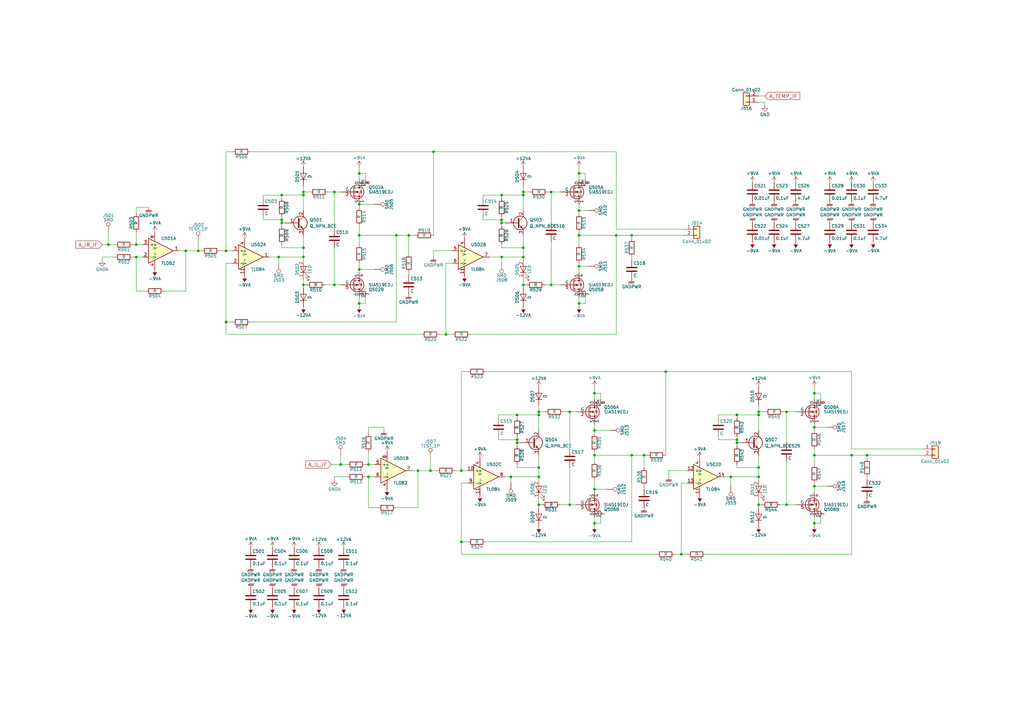
<source format=kicad_sch>
(kicad_sch (version 20211123) (generator eeschema)
  (paper "A3")
  (junction (at 311.15 207.01))
  (junction (at 243.84 161.29))
  (junction (at 177.8 62.23))
  (junction (at 220.98 168.91))
  (junction (at 147.32 124.46))
  (junction (at 151.13 195.58))
  (junction (at 124.46 105.41))
  (junction (at 237.49 109.22))
  (junction (at 209.55 195.58))
  (junction (at 311.15 195.58))
  (junction (at 233.68 168.91))
  (junction (at 302.26 180.34))
  (junction (at 124.46 101.6))
  (junction (at 55.88 100.33))
  (junction (at 237.49 96.52))
  (junction (at 237.49 71.12))
  (junction (at 124.46 116.84))
  (junction (at 76.2 102.87))
  (junction (at 212.09 170.18))
  (junction (at 137.16 116.84))
  (junction (at 237.49 86.36))
  (junction (at 349.25 186.69))
  (junction (at 334.01 175.26))
  (junction (at 81.28 102.87))
  (junction (at 115.57 80.01))
  (junction (at 264.16 186.69))
  (junction (at 214.63 105.41))
  (junction (at 189.23 193.04))
  (junction (at 252.73 96.52))
  (junction (at 151.13 190.5))
  (junction (at 226.06 116.84))
  (junction (at 355.6 186.69))
  (junction (at 176.53 193.04))
  (junction (at 220.98 195.58))
  (junction (at 279.4 227.33))
  (junction (at 334.01 214.63))
  (junction (at 243.84 200.66))
  (junction (at 44.45 100.33))
  (junction (at 137.16 78.74))
  (junction (at 259.08 96.52))
  (junction (at 311.15 168.91))
  (junction (at 220.98 191.77))
  (junction (at 167.64 96.52))
  (junction (at 214.63 101.6))
  (junction (at 220.98 170.18))
  (junction (at 311.15 170.18))
  (junction (at 334.01 186.69))
  (junction (at 322.58 207.01))
  (junction (at 162.56 96.52))
  (junction (at 205.74 90.17))
  (junction (at 214.63 116.84))
  (junction (at 55.88 105.41))
  (junction (at 139.7 190.5))
  (junction (at 114.3 105.41))
  (junction (at 92.71 102.87))
  (junction (at 205.74 91.44))
  (junction (at 259.08 186.69))
  (junction (at 115.57 90.17))
  (junction (at 214.63 80.01))
  (junction (at 302.26 181.61))
  (junction (at 220.98 207.01))
  (junction (at 189.23 222.25))
  (junction (at 334.01 199.39))
  (junction (at 124.46 80.01))
  (junction (at 243.84 186.69))
  (junction (at 92.71 132.08))
  (junction (at 212.09 180.34))
  (junction (at 322.58 168.91))
  (junction (at 147.32 71.12))
  (junction (at 214.63 78.74))
  (junction (at 147.32 83.82))
  (junction (at 299.72 195.58))
  (junction (at 182.88 137.16))
  (junction (at 115.57 91.44))
  (junction (at 212.09 181.61))
  (junction (at 302.26 170.18))
  (junction (at 237.49 124.46))
  (junction (at 334.01 161.29))
  (junction (at 311.15 191.77))
  (junction (at 243.84 214.63))
  (junction (at 171.45 193.04))
  (junction (at 233.68 207.01))
  (junction (at 273.05 152.4))
  (junction (at 243.84 176.53))
  (junction (at 147.32 96.52))
  (junction (at 205.74 80.01))
  (junction (at 205.74 105.41))
  (junction (at 226.06 78.74))
  (junction (at 147.32 110.49))
  (junction (at 124.46 78.74))
  (wire (pts (xy 124.46 116.84) (xy 124.46 118.11)))
  (wire (pts (xy 355.6 186.69) (xy 378.46 186.69)))
  (wire (pts (xy 137.16 195.58) (xy 137.16 196.85)))
  (wire (pts (xy 212.09 181.61) (xy 212.09 182.88)))
  (wire (pts (xy 124.46 101.6) (xy 124.46 105.41)))
  (wire (pts (xy 92.71 132.08) (xy 92.71 137.16)))
  (wire (pts (xy 237.49 95.25) (xy 237.49 96.52)))
  (wire (pts (xy 240.03 71.12) (xy 237.49 71.12)))
  (wire (pts (xy 204.47 170.18) (xy 212.09 170.18)))
  (wire (pts (xy 137.16 116.84) (xy 139.7 116.84)))
  (wire (pts (xy 151.13 195.58) (xy 151.13 208.28)))
  (wire (pts (xy 311.15 41.91) (xy 313.69 41.91)))
  (wire (pts (xy 149.86 71.12) (xy 147.32 71.12)))
  (wire (pts (xy 243.84 212.09) (xy 243.84 214.63)))
  (wire (pts (xy 302.26 170.18) (xy 311.15 170.18)))
  (wire (pts (xy 355.6 186.69) (xy 355.6 187.96)))
  (wire (pts (xy 198.12 88.9) (xy 198.12 90.17)))
  (wire (pts (xy 200.66 105.41) (xy 205.74 105.41)))
  (wire (pts (xy 264.16 186.69) (xy 265.43 186.69)))
  (wire (pts (xy 102.87 62.23) (xy 177.8 62.23)))
  (wire (pts (xy 252.73 137.16) (xy 252.73 96.52)))
  (wire (pts (xy 205.74 88.9) (xy 205.74 90.17)))
  (wire (pts (xy 322.58 207.01) (xy 326.39 207.01)))
  (wire (pts (xy 199.39 222.25) (xy 259.08 222.25)))
  (wire (pts (xy 237.49 109.22) (xy 237.49 111.76)))
  (wire (pts (xy 139.7 186.69) (xy 139.7 190.5)))
  (wire (pts (xy 220.98 204.47) (xy 220.98 207.01)))
  (wire (pts (xy 102.87 132.08) (xy 162.56 132.08)))
  (wire (pts (xy 320.04 207.01) (xy 322.58 207.01)))
  (wire (pts (xy 81.28 102.87) (xy 82.55 102.87)))
  (wire (pts (xy 273.05 152.4) (xy 349.25 152.4)))
  (wire (pts (xy 220.98 207.01) (xy 220.98 208.28)))
  (wire (pts (xy 205.74 80.01) (xy 214.63 80.01)))
  (wire (pts (xy 198.12 81.28) (xy 198.12 80.01)))
  (wire (pts (xy 151.13 195.58) (xy 153.67 195.58)))
  (wire (pts (xy 226.06 78.74) (xy 229.87 78.74)))
  (wire (pts (xy 220.98 195.58) (xy 220.98 196.85)))
  (wire (pts (xy 214.63 114.3) (xy 214.63 116.84)))
  (wire (pts (xy 127 78.74) (xy 124.46 78.74)))
  (wire (pts (xy 92.71 102.87) (xy 95.25 102.87)))
  (wire (pts (xy 334.01 186.69) (xy 334.01 190.5)))
  (wire (pts (xy 243.84 161.29) (xy 243.84 163.83)))
  (wire (pts (xy 311.15 168.91) (xy 311.15 170.18)))
  (wire (pts (xy 147.32 68.58) (xy 147.32 71.12)))
  (wire (pts (xy 212.09 170.18) (xy 220.98 170.18)))
  (wire (pts (xy 334.01 186.69) (xy 349.25 186.69)))
  (wire (pts (xy 147.32 71.12) (xy 147.32 73.66)))
  (wire (pts (xy 209.55 195.58) (xy 220.98 195.58)))
  (wire (pts (xy 149.86 190.5) (xy 151.13 190.5)))
  (wire (pts (xy 114.3 105.41) (xy 124.46 105.41)))
  (wire (pts (xy 205.74 90.17) (xy 205.74 91.44)))
  (wire (pts (xy 176.53 187.96) (xy 176.53 193.04)))
  (wire (pts (xy 223.52 168.91) (xy 220.98 168.91)))
  (wire (pts (xy 313.69 168.91) (xy 311.15 168.91)))
  (wire (pts (xy 220.98 186.69) (xy 220.98 191.77)))
  (wire (pts (xy 215.9 116.84) (xy 214.63 116.84)))
  (wire (pts (xy 259.08 186.69) (xy 264.16 186.69)))
  (wire (pts (xy 116.84 91.44) (xy 115.57 91.44)))
  (wire (pts (xy 189.23 222.25) (xy 189.23 227.33)))
  (wire (pts (xy 191.77 222.25) (xy 189.23 222.25)))
  (wire (pts (xy 246.38 161.29) (xy 243.84 161.29)))
  (wire (pts (xy 198.12 80.01) (xy 205.74 80.01)))
  (wire (pts (xy 243.84 158.75) (xy 243.84 161.29)))
  (wire (pts (xy 294.64 170.18) (xy 302.26 170.18)))
  (wire (pts (xy 303.53 181.61) (xy 302.26 181.61)))
  (wire (pts (xy 81.28 99.06) (xy 81.28 102.87)))
  (wire (pts (xy 349.25 227.33) (xy 349.25 186.69)))
  (wire (pts (xy 222.25 207.01) (xy 220.98 207.01)))
  (wire (pts (xy 259.08 222.25) (xy 259.08 186.69)))
  (wire (pts (xy 233.68 168.91) (xy 236.22 168.91)))
  (wire (pts (xy 151.13 190.5) (xy 153.67 190.5)))
  (wire (pts (xy 54.61 100.33) (xy 55.88 100.33)))
  (wire (pts (xy 252.73 93.98) (xy 280.67 93.98)))
  (wire (pts (xy 214.63 78.74) (xy 214.63 80.01)))
  (wire (pts (xy 55.88 95.25) (xy 55.88 100.33)))
  (wire (pts (xy 115.57 80.01) (xy 124.46 80.01)))
  (wire (pts (xy 233.68 191.77) (xy 233.68 207.01)))
  (wire (pts (xy 212.09 179.07) (xy 212.09 180.34)))
  (wire (pts (xy 137.16 195.58) (xy 142.24 195.58)))
  (wire (pts (xy 193.04 137.16) (xy 252.73 137.16)))
  (wire (pts (xy 243.84 186.69) (xy 243.84 189.23)))
  (wire (pts (xy 243.84 176.53) (xy 243.84 177.8)))
  (wire (pts (xy 147.32 124.46) (xy 149.86 124.46)))
  (wire (pts (xy 220.98 168.91) (xy 220.98 170.18)))
  (wire (pts (xy 246.38 214.63) (xy 246.38 212.09)))
  (wire (pts (xy 110.49 105.41) (xy 114.3 105.41)))
  (wire (pts (xy 334.01 198.12) (xy 334.01 199.39)))
  (wire (pts (xy 311.15 166.37) (xy 311.15 168.91)))
  (wire (pts (xy 167.64 96.52) (xy 167.64 104.14)))
  (wire (pts (xy 55.88 87.63) (xy 55.88 85.09)))
  (wire (pts (xy 274.32 193.04) (xy 281.94 193.04)))
  (wire (pts (xy 237.49 109.22) (xy 241.3 109.22)))
  (wire (pts (xy 212.09 171.45) (xy 212.09 170.18)))
  (wire (pts (xy 322.58 189.23) (xy 322.58 207.01)))
  (wire (pts (xy 243.84 196.85) (xy 243.84 200.66)))
  (wire (pts (xy 41.91 105.41) (xy 41.91 106.68)))
  (wire (pts (xy 139.7 190.5) (xy 142.24 190.5)))
  (wire (pts (xy 231.14 168.91) (xy 233.68 168.91)))
  (wire (pts (xy 313.69 39.37) (xy 311.15 39.37)))
  (wire (pts (xy 115.57 90.17) (xy 115.57 91.44)))
  (wire (pts (xy 259.08 96.52) (xy 280.67 96.52)))
  (wire (pts (xy 204.47 180.34) (xy 212.09 180.34)))
  (wire (pts (xy 177.8 105.41) (xy 177.8 102.87)))
  (wire (pts (xy 204.47 171.45) (xy 204.47 170.18)))
  (wire (pts (xy 289.56 227.33) (xy 349.25 227.33)))
  (wire (pts (xy 243.84 214.63) (xy 246.38 214.63)))
  (wire (pts (xy 157.48 175.26) (xy 157.48 176.53)))
  (wire (pts (xy 177.8 62.23) (xy 252.73 62.23)))
  (wire (pts (xy 302.26 179.07) (xy 302.26 180.34)))
  (wire (pts (xy 220.98 166.37) (xy 220.98 168.91)))
  (wire (pts (xy 233.68 184.15) (xy 233.68 168.91)))
  (wire (pts (xy 177.8 102.87) (xy 185.42 102.87)))
  (wire (pts (xy 281.94 198.12) (xy 279.4 198.12)))
  (wire (pts (xy 147.32 85.09) (xy 147.32 83.82)))
  (wire (pts (xy 240.03 124.46) (xy 240.03 121.92)))
  (wire (pts (xy 334.01 214.63) (xy 336.55 214.63)))
  (wire (pts (xy 41.91 100.33) (xy 44.45 100.33)))
  (wire (pts (xy 321.31 168.91) (xy 322.58 168.91)))
  (wire (pts (xy 182.88 107.95) (xy 182.88 137.16)))
  (wire (pts (xy 115.57 88.9) (xy 115.57 90.17)))
  (wire (pts (xy 339.09 175.26) (xy 334.01 175.26)))
  (wire (pts (xy 124.46 114.3) (xy 124.46 116.84)))
  (wire (pts (xy 237.49 96.52) (xy 237.49 100.33)))
  (wire (pts (xy 205.74 81.28) (xy 205.74 80.01)))
  (wire (pts (xy 59.69 119.38) (xy 55.88 119.38)))
  (wire (pts (xy 171.45 193.04) (xy 176.53 193.04)))
  (wire (pts (xy 334.01 184.15) (xy 334.01 186.69)))
  (wire (pts (xy 125.73 116.84) (xy 124.46 116.84)))
  (wire (pts (xy 90.17 102.87) (xy 92.71 102.87)))
  (wire (pts (xy 209.55 198.12) (xy 209.55 195.58)))
  (wire (pts (xy 336.55 214.63) (xy 336.55 212.09)))
  (wire (pts (xy 302.26 181.61) (xy 302.26 182.88)))
  (wire (pts (xy 162.56 96.52) (xy 167.64 96.52)))
  (wire (pts (xy 243.84 185.42) (xy 243.84 186.69)))
  (wire (pts (xy 322.58 168.91) (xy 322.58 181.61)))
  (wire (pts (xy 55.88 85.09) (xy 60.96 85.09)))
  (wire (pts (xy 95.25 132.08) (xy 92.71 132.08)))
  (wire (pts (xy 114.3 107.95) (xy 114.3 105.41)))
  (wire (pts (xy 322.58 168.91) (xy 326.39 168.91)))
  (wire (pts (xy 243.84 200.66) (xy 248.92 200.66)))
  (wire (pts (xy 311.15 207.01) (xy 311.15 208.28)))
  (wire (pts (xy 349.25 186.69) (xy 355.6 186.69)))
  (wire (pts (xy 264.16 200.66) (xy 264.16 199.39)))
  (wire (pts (xy 279.4 227.33) (xy 281.94 227.33)))
  (wire (pts (xy 107.95 81.28) (xy 107.95 80.01)))
  (wire (pts (xy 237.49 107.95) (xy 237.49 109.22)))
  (wire (pts (xy 182.88 137.16) (xy 185.42 137.16)))
  (wire (pts (xy 207.01 195.58) (xy 209.55 195.58)))
  (wire (pts (xy 334.01 158.75) (xy 334.01 161.29)))
  (wire (pts (xy 92.71 107.95) (xy 92.71 132.08)))
  (wire (pts (xy 95.25 62.23) (xy 92.71 62.23)))
  (wire (pts (xy 302.26 190.5) (xy 302.26 191.77)))
  (wire (pts (xy 233.68 207.01) (xy 236.22 207.01)))
  (wire (pts (xy 115.57 81.28) (xy 115.57 80.01)))
  (wire (pts (xy 191.77 152.4) (xy 189.23 152.4)))
  (wire (pts (xy 220.98 191.77) (xy 220.98 195.58)))
  (wire (pts (xy 171.45 208.28) (xy 171.45 193.04)))
  (wire (pts (xy 205.74 105.41) (xy 214.63 105.41)))
  (wire (pts (xy 214.63 105.41) (xy 214.63 106.68)))
  (wire (pts (xy 312.42 207.01) (xy 311.15 207.01)))
  (wire (pts (xy 237.49 96.52) (xy 252.73 96.52)))
  (wire (pts (xy 67.31 119.38) (xy 76.2 119.38)))
  (wire (pts (xy 217.17 78.74) (xy 214.63 78.74)))
  (wire (pts (xy 115.57 101.6) (xy 124.46 101.6)))
  (wire (pts (xy 311.15 191.77) (xy 311.15 195.58)))
  (wire (pts (xy 226.06 116.84) (xy 229.87 116.84)))
  (wire (pts (xy 349.25 152.4) (xy 349.25 184.15)))
  (wire (pts (xy 124.46 76.2) (xy 124.46 78.74)))
  (wire (pts (xy 299.72 199.39) (xy 299.72 195.58)))
  (wire (pts (xy 229.87 207.01) (xy 233.68 207.01)))
  (wire (pts (xy 220.98 170.18) (xy 220.98 176.53)))
  (wire (pts (xy 167.64 113.03) (xy 167.64 111.76)))
  (wire (pts (xy 124.46 80.01) (xy 124.46 86.36)))
  (wire (pts (xy 151.13 175.26) (xy 157.48 175.26)))
  (wire (pts (xy 124.46 96.52) (xy 124.46 101.6)))
  (wire (pts (xy 264.16 186.69) (xy 264.16 191.77)))
  (wire (pts (xy 41.91 105.41) (xy 46.99 105.41)))
  (wire (pts (xy 186.69 193.04) (xy 189.23 193.04)))
  (wire (pts (xy 167.64 96.52) (xy 170.18 96.52)))
  (wire (pts (xy 250.19 176.53) (xy 243.84 176.53)))
  (wire (pts (xy 205.74 107.95) (xy 205.74 105.41)))
  (wire (pts (xy 294.64 180.34) (xy 302.26 180.34)))
  (wire (pts (xy 302.26 171.45) (xy 302.26 170.18)))
  (wire (pts (xy 334.01 199.39) (xy 334.01 201.93)))
  (wire (pts (xy 207.01 91.44) (xy 205.74 91.44)))
  (wire (pts (xy 237.49 83.82) (xy 237.49 86.36)))
  (wire (pts (xy 237.49 124.46) (xy 237.49 125.73)))
  (wire (pts (xy 115.57 91.44) (xy 115.57 92.71)))
  (wire (pts (xy 176.53 193.04) (xy 179.07 193.04)))
  (wire (pts (xy 189.23 198.12) (xy 189.23 222.25)))
  (wire (pts (xy 107.95 88.9) (xy 107.95 90.17)))
  (wire (pts (xy 92.71 107.95) (xy 95.25 107.95)))
  (wire (pts (xy 212.09 191.77) (xy 220.98 191.77)))
  (wire (pts (xy 237.49 124.46) (xy 240.03 124.46)))
  (wire (pts (xy 115.57 100.33) (xy 115.57 101.6)))
  (wire (pts (xy 124.46 105.41) (xy 124.46 106.68)))
  (wire (pts (xy 199.39 152.4) (xy 273.05 152.4)))
  (wire (pts (xy 168.91 193.04) (xy 171.45 193.04)))
  (wire (pts (xy 151.13 208.28) (xy 154.94 208.28)))
  (wire (pts (xy 274.32 195.58) (xy 274.32 193.04)))
  (wire (pts (xy 311.15 186.69) (xy 311.15 191.77)))
  (wire (pts (xy 124.46 78.74) (xy 124.46 80.01)))
  (wire (pts (xy 297.18 195.58) (xy 299.72 195.58)))
  (wire (pts (xy 334.01 175.26) (xy 334.01 176.53)))
  (wire (pts (xy 151.13 177.8) (xy 151.13 175.26)))
  (wire (pts (xy 55.88 119.38) (xy 55.88 105.41)))
  (wire (pts (xy 334.01 161.29) (xy 334.01 163.83)))
  (wire (pts (xy 107.95 90.17) (xy 115.57 90.17)))
  (wire (pts (xy 134.62 78.74) (xy 137.16 78.74)))
  (wire (pts (xy 147.32 124.46) (xy 147.32 125.73)))
  (wire (pts (xy 147.32 83.82) (xy 153.67 83.82)))
  (wire (pts (xy 243.84 200.66) (xy 243.84 201.93)))
  (wire (pts (xy 205.74 91.44) (xy 205.74 92.71)))
  (wire (pts (xy 180.34 137.16) (xy 182.88 137.16)))
  (wire (pts (xy 294.64 179.07) (xy 294.64 180.34)))
  (wire (pts (xy 147.32 110.49) (xy 147.32 111.76)))
  (wire (pts (xy 334.01 214.63) (xy 334.01 215.9)))
  (wire (pts (xy 302.26 191.77) (xy 311.15 191.77)))
  (wire (pts (xy 311.15 170.18) (xy 311.15 176.53)))
  (wire (pts (xy 252.73 96.52) (xy 259.08 96.52)))
  (wire (pts (xy 107.95 80.01) (xy 115.57 80.01)))
  (wire (pts (xy 189.23 193.04) (xy 191.77 193.04)))
  (wire (pts (xy 334.01 173.99) (xy 334.01 175.26)))
  (wire (pts (xy 137.16 78.74) (xy 139.7 78.74)))
  (wire (pts (xy 252.73 62.23) (xy 252.73 93.98)))
  (wire (pts (xy 147.32 96.52) (xy 162.56 96.52)))
  (wire (pts (xy 205.74 100.33) (xy 205.74 101.6)))
  (wire (pts (xy 276.86 227.33) (xy 279.4 227.33)))
  (wire (pts (xy 92.71 137.16) (xy 172.72 137.16)))
  (wire (pts (xy 336.55 161.29) (xy 334.01 161.29)))
  (wire (pts (xy 355.6 196.85) (xy 355.6 195.58)))
  (wire (pts (xy 177.8 62.23) (xy 177.8 96.52)))
  (wire (pts (xy 214.63 96.52) (xy 214.63 101.6)))
  (wire (pts (xy 241.3 86.36) (xy 237.49 86.36)))
  (wire (pts (xy 149.86 73.66) (xy 149.86 71.12)))
  (wire (pts (xy 243.84 186.69) (xy 259.08 186.69)))
  (wire (pts (xy 147.32 96.52) (xy 147.32 100.33)))
  (wire (pts (xy 189.23 227.33) (xy 269.24 227.33)))
  (wire (pts (xy 149.86 195.58) (xy 151.13 195.58)))
  (wire (pts (xy 243.84 214.63) (xy 243.84 215.9)))
  (wire (pts (xy 311.15 204.47) (xy 311.15 207.01)))
  (wire (pts (xy 76.2 102.87) (xy 81.28 102.87)))
  (wire (pts (xy 44.45 100.33) (xy 46.99 100.33)))
  (wire (pts (xy 237.49 68.58) (xy 237.49 71.12)))
  (wire (pts (xy 133.35 116.84) (xy 137.16 116.84)))
  (wire (pts (xy 273.05 152.4) (xy 273.05 186.69)))
  (wire (pts (xy 198.12 90.17) (xy 205.74 90.17)))
  (wire (pts (xy 185.42 107.95) (xy 182.88 107.95)))
  (wire (pts (xy 294.64 171.45) (xy 294.64 170.18)))
  (wire (pts (xy 92.71 62.23) (xy 92.71 102.87)))
  (wire (pts (xy 151.13 185.42) (xy 151.13 190.5)))
  (wire (pts (xy 299.72 195.58) (xy 311.15 195.58)))
  (wire (pts (xy 334.01 212.09) (xy 334.01 214.63)))
  (wire (pts (xy 237.49 121.92) (xy 237.49 124.46)))
  (wire (pts (xy 223.52 116.84) (xy 226.06 116.84)))
  (wire (pts (xy 135.89 190.5) (xy 139.7 190.5)))
  (wire (pts (xy 311.15 195.58) (xy 311.15 196.85)))
  (wire (pts (xy 226.06 99.06) (xy 226.06 116.84)))
  (wire (pts (xy 214.63 116.84) (xy 214.63 118.11)))
  (wire (pts (xy 55.88 105.41) (xy 58.42 105.41)))
  (wire (pts (xy 147.32 107.95) (xy 147.32 110.49)))
  (wire (pts (xy 162.56 132.08) (xy 162.56 96.52)))
  (wire (pts (xy 240.03 73.66) (xy 240.03 71.12)))
  (wire (pts (xy 279.4 198.12) (xy 279.4 227.33)))
  (wire (pts (xy 212.09 190.5) (xy 212.09 191.77)))
  (wire (pts (xy 214.63 80.01) (xy 214.63 86.36)))
  (wire (pts (xy 237.49 86.36) (xy 237.49 87.63)))
  (wire (pts (xy 137.16 93.98) (xy 137.16 78.74)))
  (wire (pts (xy 224.79 78.74) (xy 226.06 78.74)))
  (wire (pts (xy 213.36 181.61) (xy 212.09 181.61)))
  (wire (pts (xy 189.23 152.4) (xy 189.23 193.04)))
  (wire (pts (xy 259.08 96.52) (xy 259.08 97.79)))
  (wire (pts (xy 226.06 78.74) (xy 226.06 91.44)))
  (wire (pts (xy 189.23 198.12) (xy 191.77 198.12)))
  (wire (pts (xy 237.49 71.12) (xy 237.49 73.66)))
  (wire (pts (xy 349.25 184.15) (xy 378.46 184.15)))
  (wire (pts (xy 243.84 173.99) (xy 243.84 176.53)))
  (wire (pts (xy 162.56 208.28) (xy 171.45 208.28)))
  (wire (pts (xy 204.47 179.07) (xy 204.47 180.34)))
  (wire (pts (xy 205.74 101.6) (xy 214.63 101.6)))
  (wire (pts (xy 149.86 124.46) (xy 149.86 121.92)))
  (wire (pts (xy 147.32 110.49) (xy 153.67 110.49)))
  (wire (pts (xy 313.69 41.91) (xy 313.69 43.18)))
  (wire (pts (xy 76.2 119.38) (xy 76.2 102.87)))
  (wire (pts (xy 302.26 180.34) (xy 302.26 181.61)))
  (wire (pts (xy 147.32 92.71) (xy 147.32 96.52)))
  (wire (pts (xy 336.55 163.83) (xy 336.55 161.29)))
  (wire (pts (xy 55.88 100.33) (xy 58.42 100.33)))
  (wire (pts (xy 54.61 105.41) (xy 55.88 105.41)))
  (wire (pts (xy 246.38 163.83) (xy 246.38 161.29)))
  (wire (pts (xy 44.45 95.25) (xy 44.45 100.33)))
  (wire (pts (xy 214.63 76.2) (xy 214.63 78.74)))
  (wire (pts (xy 147.32 121.92) (xy 147.32 124.46)))
  (wire (pts (xy 259.08 106.68) (xy 259.08 105.41)))
  (wire (pts (xy 334.01 199.39) (xy 339.09 199.39)))
  (wire (pts (xy 214.63 101.6) (xy 214.63 105.41)))
  (wire (pts (xy 212.09 180.34) (xy 212.09 181.61)))
  (wire (pts (xy 73.66 102.87) (xy 76.2 102.87)))
  (wire (pts (xy 137.16 101.6) (xy 137.16 116.84)))
  (global_label "A_TEMP_IF" (shape input) (at 313.69 39.37 0) (effects (font (size 1.524 1.524))) (property "Intersheet References" "${INTERSHEET_REFS}" (effects hide)))
  (global_label "A_IL_IF" (shape input) (at 135.89 190.5 180) (effects (font (size 1.524 1.524))) (property "Intersheet References" "${INTERSHEET_REFS}" (effects hide)))
  (global_label "A_IR_IF" (shape input) (at 41.91 100.33 180) (effects (font (size 1.524 1.524))) (property "Intersheet References" "${INTERSHEET_REFS}" (effects hide)))
  (symbol (lib_id "kagura-rescue:Q_NPN_BCE") (at 121.92 91.44 0) (unit 1)
    (property "Reference" "Q501" (at 127 90.17 0) (effects (justify left)))
    (property "Value" "Q_NPN_BCE" (at 127 92.71 0) (effects (justify left)))
    (property "Footprint" "TO_SOT_Packages_SMD:SC-59_Handsoldering" (effects hide))
  )
  (symbol (lib_id "kagura-rescue:R") (at 115.57 96.52 0) (unit 1)
    (property "Reference" "R509" (at 117.602 96.52 90))
    (property "Value" "R" (at 115.57 96.52 90))
    (property "Footprint" "Resistors_SMD:R_0603_HandSoldering" (effects hide))
  )
  (symbol (lib_id "kagura-rescue:R") (at 115.57 85.09 0) (unit 1)
    (property "Reference" "R508" (at 117.602 85.09 90))
    (property "Value" "R" (at 115.57 85.09 90))
    (property "Footprint" "Resistors_SMD:R_0603_HandSoldering" (effects hide))
  )
  (symbol (lib_id "kagura-rescue:C") (at 107.95 85.09 0) (unit 1)
    (property "Reference" "C503" (at 108.585 82.55 0) (effects (justify left)))
    (property "Value" "C" (at 108.585 87.63 0) (effects (justify left)))
    (property "Footprint" "Capacitors_SMD:C_0603_HandSoldering" (effects hide))
  )
  (symbol (lib_id "kagura-rescue:R") (at 130.81 78.74 270) (unit 1)
    (property "Reference" "R511" (at 130.81 80.772 90))
    (property "Value" "R" (at 130.81 78.74 90))
    (property "Footprint" "Resistors_SMD:R_0603_HandSoldering" (effects hide))
  )
  (symbol (lib_id "kagura-rescue:LED") (at 124.46 110.49 90) (unit 1)
    (property "Reference" "D502" (at 121.92 110.49 0))
    (property "Value" "LED" (at 127 110.49 0))
    (property "Footprint" "LEDs:LED_0603_HandSoldering" (effects hide))
  )
  (symbol (lib_id "kagura-rescue:R") (at 129.54 116.84 270) (unit 1)
    (property "Reference" "R510" (at 129.54 118.872 90))
    (property "Value" "R" (at 129.54 116.84 90))
    (property "Footprint" "Resistors_SMD:R_0603_HandSoldering" (effects hide))
  )
  (symbol (lib_id "kagura-rescue:TL084") (at 102.87 105.41 0) (unit 1)
    (property "Reference" "U502" (at 102.87 100.33 0) (effects (justify left)))
    (property "Value" "TL084" (at 102.87 110.49 0) (effects (justify left)))
    (property "Footprint" "Housings_SSOP:TSSOP-14_4.4x5mm_Pitch0.65mm" (effects hide))
  )
  (symbol (lib_id "kagura-rescue:R") (at 86.36 102.87 270) (unit 1)
    (property "Reference" "R505" (at 86.36 104.902 90))
    (property "Value" "R" (at 86.36 102.87 90))
    (property "Footprint" "Resistors_SMD:R_0603_HandSoldering" (effects hide))
  )
  (symbol (lib_id "kagura-rescue:R") (at 99.06 62.23 270) (unit 1)
    (property "Reference" "R506" (at 99.06 64.262 90))
    (property "Value" "R" (at 99.06 62.23 90))
    (property "Footprint" "Resistors_SMD:R_0603_HandSoldering" (effects hide))
  )
  (symbol (lib_id "kagura-rescue:R") (at 99.06 132.08 270) (unit 1)
    (property "Reference" "R507" (at 99.06 134.112 90))
    (property "Value" "R" (at 99.06 132.08 90))
    (property "Footprint" "Resistors_SMD:R_0603_HandSoldering" (effects hide))
  )
  (symbol (lib_id "kagura-rescue:R") (at 176.53 137.16 270) (unit 1)
    (property "Reference" "R520" (at 176.53 139.192 90))
    (property "Value" "R" (at 176.53 137.16 90))
    (property "Footprint" "Resistors_SMD:R_0603_HandSoldering" (effects hide))
  )
  (symbol (lib_id "kagura-rescue:SIA519EDJ-RESCUE-kagura") (at 144.78 78.74 0) (unit 1)
    (property "Reference" "Q502" (at 151.13 76.835 0) (effects (justify left)))
    (property "Value" "SIA519EDJ" (at 151.13 78.74 0) (effects (justify left)))
    (property "Footprint" "NOPINSMDPKG_Handsolder:PowerPak_SC-70-6" (effects hide))
  )
  (symbol (lib_id "kagura-rescue:SIA519EDJ-RESCUE-kagura") (at 144.78 116.84 0) (mirror x) (unit 2)
    (property "Reference" "Q502" (at 151.13 118.745 0) (effects (justify left)))
    (property "Value" "SIA519EDJ" (at 151.13 116.84 0) (effects (justify left)))
    (property "Footprint" "NOPINSMDPKG_Handsolder:PowerPak_SC-70-6" (effects hide))
  )
  (symbol (lib_id "kagura-rescue:R") (at 147.32 88.9 0) (unit 1)
    (property "Reference" "R514" (at 149.352 88.9 90))
    (property "Value" "R" (at 147.32 88.9 90))
    (property "Footprint" "Resistors_SMD:R_1210" (effects hide))
  )
  (symbol (lib_id "kagura-rescue:R") (at 147.32 104.14 0) (unit 1)
    (property "Reference" "R515" (at 149.352 104.14 90))
    (property "Value" "R" (at 147.32 104.14 90))
    (property "Footprint" "Resistors_SMD:R_1210" (effects hide))
  )
  (symbol (lib_id "kagura-rescue:+12VA") (at 124.46 68.58 0) (unit 1)
    (property "Reference" "#PWR0296" (effects hide))
    (property "Value" "+12VA" (at 124.46 65.024 0))
  )
  (symbol (lib_id "kagura-rescue:-12VA") (at 124.46 125.73 180) (unit 1)
    (property "Reference" "#PWR0297" (effects hide))
    (property "Value" "-12VA" (at 124.46 129.286 0))
  )
  (symbol (lib_id "kagura-rescue:R") (at 173.99 96.52 90) (unit 1)
    (property "Reference" "R519" (at 173.99 94.488 90))
    (property "Value" "R" (at 173.99 96.52 90))
    (property "Footprint" "Resistors_SMD:R_2512" (effects hide))
  )
  (symbol (lib_id "kagura-rescue:Q_NPN_BCE") (at 212.09 91.44 0) (unit 1)
    (property "Reference" "Q503" (at 217.17 90.17 0) (effects (justify left)))
    (property "Value" "Q_NPN_BCE" (at 217.17 92.71 0) (effects (justify left)))
    (property "Footprint" "TO_SOT_Packages_SMD:SC-59_Handsoldering" (effects hide))
  )
  (symbol (lib_id "kagura-rescue:R") (at 205.74 96.52 0) (unit 1)
    (property "Reference" "R526" (at 207.772 96.52 90))
    (property "Value" "R" (at 205.74 96.52 90))
    (property "Footprint" "Resistors_SMD:R_0603_HandSoldering" (effects hide))
  )
  (symbol (lib_id "kagura-rescue:R") (at 205.74 85.09 0) (unit 1)
    (property "Reference" "R525" (at 207.772 85.09 90))
    (property "Value" "R" (at 205.74 85.09 90))
    (property "Footprint" "Resistors_SMD:R_0603_HandSoldering" (effects hide))
  )
  (symbol (lib_id "kagura-rescue:C") (at 198.12 85.09 0) (unit 1)
    (property "Reference" "C514" (at 198.755 82.55 0) (effects (justify left)))
    (property "Value" "C" (at 198.755 87.63 0) (effects (justify left)))
    (property "Footprint" "Capacitors_SMD:C_0603_HandSoldering" (effects hide))
  )
  (symbol (lib_id "kagura-rescue:R") (at 220.98 78.74 270) (unit 1)
    (property "Reference" "R530" (at 220.98 80.772 90))
    (property "Value" "R" (at 220.98 78.74 90))
    (property "Footprint" "Resistors_SMD:R_0603_HandSoldering" (effects hide))
  )
  (symbol (lib_id "kagura-rescue:LED") (at 214.63 110.49 90) (unit 1)
    (property "Reference" "D505" (at 212.09 110.49 0))
    (property "Value" "LED" (at 217.17 110.49 0))
    (property "Footprint" "LEDs:LED_0603_HandSoldering" (effects hide))
  )
  (symbol (lib_id "kagura-rescue:R") (at 219.71 116.84 270) (unit 1)
    (property "Reference" "R529" (at 219.71 118.872 90))
    (property "Value" "R" (at 219.71 116.84 90))
    (property "Footprint" "Resistors_SMD:R_0603_HandSoldering" (effects hide))
  )
  (symbol (lib_id "kagura-rescue:TL084") (at 193.04 105.41 0) (unit 2)
    (property "Reference" "U502" (at 193.04 100.33 0) (effects (justify left)))
    (property "Value" "TL084" (at 193.04 110.49 0) (effects (justify left)))
    (property "Footprint" "Housings_SSOP:TSSOP-14_4.4x5mm_Pitch0.65mm" (effects hide))
  )
  (symbol (lib_id "kagura-rescue:R") (at 189.23 137.16 270) (unit 1)
    (property "Reference" "R522" (at 189.23 139.192 90))
    (property "Value" "R" (at 189.23 137.16 90))
    (property "Footprint" "Resistors_SMD:R_0603_HandSoldering" (effects hide))
  )
  (symbol (lib_id "kagura-rescue:SIA519EDJ-RESCUE-kagura") (at 234.95 78.74 0) (unit 1)
    (property "Reference" "Q505" (at 241.3 76.835 0) (effects (justify left)))
    (property "Value" "SIA519EDJ" (at 241.3 78.74 0) (effects (justify left)))
    (property "Footprint" "NOPINSMDPKG_Handsolder:PowerPak_SC-70-6" (effects hide))
  )
  (symbol (lib_id "kagura-rescue:SIA519EDJ-RESCUE-kagura") (at 234.95 116.84 0) (mirror x) (unit 2)
    (property "Reference" "Q505" (at 241.3 118.745 0) (effects (justify left)))
    (property "Value" "SIA519EDJ" (at 241.3 116.84 0) (effects (justify left)))
    (property "Footprint" "NOPINSMDPKG_Handsolder:PowerPak_SC-70-6" (effects hide))
  )
  (symbol (lib_id "kagura-rescue:R") (at 237.49 91.44 0) (unit 1)
    (property "Reference" "R533" (at 239.522 91.44 90))
    (property "Value" "R" (at 237.49 91.44 90))
    (property "Footprint" "Resistors_SMD:R_1210" (effects hide))
  )
  (symbol (lib_id "kagura-rescue:R") (at 237.49 104.14 0) (unit 1)
    (property "Reference" "R534" (at 239.522 104.14 90))
    (property "Value" "R" (at 237.49 104.14 90))
    (property "Footprint" "Resistors_SMD:R_1210" (effects hide))
  )
  (symbol (lib_id "kagura-rescue:+12VA") (at 214.63 68.58 0) (unit 1)
    (property "Reference" "#PWR0298" (effects hide))
    (property "Value" "+12VA" (at 214.63 65.024 0))
  )
  (symbol (lib_id "kagura-rescue:-12VA") (at 214.63 125.73 180) (unit 1)
    (property "Reference" "#PWR0299" (effects hide))
    (property "Value" "-12VA" (at 214.63 129.286 0))
  )
  (symbol (lib_id "kagura-rescue:R") (at 259.08 101.6 180) (unit 1)
    (property "Reference" "R537" (at 257.048 101.6 90))
    (property "Value" "R" (at 259.08 101.6 90))
    (property "Footprint" "Resistors_SMD:R_0603_HandSoldering" (effects hide))
  )
  (symbol (lib_id "kagura-rescue:GNDPWR") (at 177.8 105.41 0) (unit 1)
    (property "Reference" "#PWR0300" (effects hide))
    (property "Value" "GNDPWR" (at 177.8 108.712 0))
  )
  (symbol (lib_id "kagura-rescue:C") (at 259.08 110.49 0) (unit 1)
    (property "Reference" "C518" (at 259.715 107.95 0) (effects (justify left)))
    (property "Value" "C" (at 259.715 113.03 0) (effects (justify left)))
    (property "Footprint" "Capacitors_SMD:C_0603_HandSoldering" (effects hide))
  )
  (symbol (lib_id "kagura-rescue:GNDPWR") (at 259.08 114.3 0) (unit 1)
    (property "Reference" "#PWR0301" (effects hide))
    (property "Value" "GNDPWR" (at 259.08 117.602 0))
  )
  (symbol (lib_id "kagura-rescue:R") (at 167.64 107.95 180) (unit 1)
    (property "Reference" "R518" (at 165.608 107.95 90))
    (property "Value" "R" (at 167.64 107.95 90))
    (property "Footprint" "Resistors_SMD:R_0603_HandSoldering" (effects hide))
  )
  (symbol (lib_id "kagura-rescue:C") (at 167.64 116.84 0) (unit 1)
    (property "Reference" "C513" (at 168.275 114.3 0) (effects (justify left)))
    (property "Value" "C" (at 168.275 119.38 0) (effects (justify left)))
    (property "Footprint" "Capacitors_SMD:C_0603_HandSoldering" (effects hide))
  )
  (symbol (lib_id "kagura-rescue:GNDPWR") (at 167.64 120.65 0) (unit 1)
    (property "Reference" "#PWR0302" (effects hide))
    (property "Value" "GNDPWR" (at 167.64 123.952 0))
  )
  (symbol (lib_id "kagura-rescue:+9VA") (at 147.32 68.58 0) (unit 1)
    (property "Reference" "#PWR0303" (effects hide))
    (property "Value" "+9VA" (at 147.32 64.77 0))
  )
  (symbol (lib_id "kagura-rescue:-9VA") (at 147.32 125.73 180) (unit 1)
    (property "Reference" "#PWR0304" (effects hide))
    (property "Value" "-9VA" (at 147.32 129.54 0))
  )
  (symbol (lib_id "kagura-rescue:C") (at 137.16 97.79 0) (unit 1)
    (property "Reference" "C510" (at 137.795 95.25 0) (effects (justify left)))
    (property "Value" "C" (at 137.795 100.33 0) (effects (justify left)))
    (property "Footprint" "Capacitors_SMD:C_0603_HandSoldering" (effects hide))
  )
  (symbol (lib_id "kagura-rescue:C") (at 226.06 95.25 0) (unit 1)
    (property "Reference" "C516" (at 226.695 92.71 0) (effects (justify left)))
    (property "Value" "C" (at 226.695 97.79 0) (effects (justify left)))
    (property "Footprint" "Capacitors_SMD:C_0603_HandSoldering" (effects hide))
  )
  (symbol (lib_id "kagura-rescue:-9VA") (at 237.49 125.73 180) (unit 1)
    (property "Reference" "#PWR0305" (effects hide))
    (property "Value" "-9VA" (at 237.49 129.54 0))
  )
  (symbol (lib_id "kagura-rescue:+9VA") (at 237.49 68.58 0) (unit 1)
    (property "Reference" "#PWR0306" (effects hide))
    (property "Value" "+9VA" (at 237.49 64.77 0))
  )
  (symbol (lib_id "kagura-rescue:Conn_01x02") (at 285.75 93.98 0) (unit 1)
    (property "Reference" "J514" (at 285.75 91.44 0))
    (property "Value" "Conn_01x02" (at 285.75 99.06 0))
    (property "Footprint" "Connectors_Molex:Molex_KK-6410-02_02x2.54mm_Straight" (effects hide))
  )
  (symbol (lib_id "kagura-rescue:Q_NPN_BCE") (at 218.44 181.61 0) (unit 1)
    (property "Reference" "Q504" (at 223.52 180.34 0) (effects (justify left)))
    (property "Value" "Q_NPN_BCE" (at 223.52 182.88 0) (effects (justify left)))
    (property "Footprint" "TO_SOT_Packages_SMD:SC-59_Handsoldering" (effects hide))
  )
  (symbol (lib_id "kagura-rescue:R") (at 212.09 186.69 0) (unit 1)
    (property "Reference" "R528" (at 214.122 186.69 90))
    (property "Value" "R" (at 212.09 186.69 90))
    (property "Footprint" "Resistors_SMD:R_0603_HandSoldering" (effects hide))
  )
  (symbol (lib_id "kagura-rescue:R") (at 212.09 175.26 0) (unit 1)
    (property "Reference" "R527" (at 214.122 175.26 90))
    (property "Value" "R" (at 212.09 175.26 90))
    (property "Footprint" "Resistors_SMD:R_0603_HandSoldering" (effects hide))
  )
  (symbol (lib_id "kagura-rescue:C") (at 204.47 175.26 0) (unit 1)
    (property "Reference" "C515" (at 205.105 172.72 0) (effects (justify left)))
    (property "Value" "C" (at 205.105 177.8 0) (effects (justify left)))
    (property "Footprint" "Capacitors_SMD:C_0603_HandSoldering" (effects hide))
  )
  (symbol (lib_id "kagura-rescue:R") (at 227.33 168.91 270) (unit 1)
    (property "Reference" "R532" (at 227.33 170.942 90))
    (property "Value" "R" (at 227.33 168.91 90))
    (property "Footprint" "Resistors_SMD:R_0603_HandSoldering" (effects hide))
  )
  (symbol (lib_id "kagura-rescue:LED") (at 220.98 200.66 90) (unit 1)
    (property "Reference" "D508" (at 218.44 200.66 0))
    (property "Value" "LED" (at 223.52 200.66 0))
    (property "Footprint" "LEDs:LED_0603_HandSoldering" (effects hide))
  )
  (symbol (lib_id "kagura-rescue:R") (at 226.06 207.01 270) (unit 1)
    (property "Reference" "R531" (at 226.06 209.042 90))
    (property "Value" "R" (at 226.06 207.01 90))
    (property "Footprint" "Resistors_SMD:R_0603_HandSoldering" (effects hide))
  )
  (symbol (lib_id "kagura-rescue:TL084") (at 199.39 195.58 0) (unit 3)
    (property "Reference" "U502" (at 199.39 190.5 0) (effects (justify left)))
    (property "Value" "TL084" (at 199.39 200.66 0) (effects (justify left)))
    (property "Footprint" "Housings_SSOP:TSSOP-14_4.4x5mm_Pitch0.65mm" (effects hide))
  )
  (symbol (lib_id "kagura-rescue:R") (at 182.88 193.04 270) (unit 1)
    (property "Reference" "R521" (at 182.88 195.072 90))
    (property "Value" "R" (at 182.88 193.04 90))
    (property "Footprint" "Resistors_SMD:R_0603_HandSoldering" (effects hide))
  )
  (symbol (lib_id "kagura-rescue:R") (at 195.58 152.4 270) (unit 1)
    (property "Reference" "R523" (at 195.58 154.432 90))
    (property "Value" "R" (at 195.58 152.4 90))
    (property "Footprint" "Resistors_SMD:R_0603_HandSoldering" (effects hide))
  )
  (symbol (lib_id "kagura-rescue:R") (at 195.58 222.25 270) (unit 1)
    (property "Reference" "R524" (at 195.58 224.282 90))
    (property "Value" "R" (at 195.58 222.25 90))
    (property "Footprint" "Resistors_SMD:R_0603_HandSoldering" (effects hide))
  )
  (symbol (lib_id "kagura-rescue:R") (at 273.05 227.33 270) (unit 1)
    (property "Reference" "R540" (at 273.05 229.362 90))
    (property "Value" "R" (at 273.05 227.33 90))
    (property "Footprint" "Resistors_SMD:R_0603_HandSoldering" (effects hide))
  )
  (symbol (lib_id "kagura-rescue:SIA519EDJ-RESCUE-kagura") (at 241.3 168.91 0) (unit 1)
    (property "Reference" "Q506" (at 247.65 167.005 0) (effects (justify left)))
    (property "Value" "SIA519EDJ" (at 247.65 168.91 0) (effects (justify left)))
    (property "Footprint" "NOPINSMDPKG_Handsolder:PowerPak_SC-70-6" (effects hide))
  )
  (symbol (lib_id "kagura-rescue:SIA519EDJ-RESCUE-kagura") (at 241.3 207.01 0) (mirror x) (unit 2)
    (property "Reference" "Q506" (at 247.65 208.915 0) (effects (justify left)))
    (property "Value" "SIA519EDJ" (at 247.65 207.01 0) (effects (justify left)))
    (property "Footprint" "NOPINSMDPKG_Handsolder:PowerPak_SC-70-6" (effects hide))
  )
  (symbol (lib_id "kagura-rescue:R") (at 243.84 181.61 0) (unit 1)
    (property "Reference" "R535" (at 245.872 181.61 90))
    (property "Value" "R" (at 243.84 181.61 90))
    (property "Footprint" "Resistors_SMD:R_1210" (effects hide))
  )
  (symbol (lib_id "kagura-rescue:R") (at 243.84 193.04 0) (unit 1)
    (property "Reference" "R536" (at 245.872 193.04 90))
    (property "Value" "R" (at 243.84 193.04 90))
    (property "Footprint" "Resistors_SMD:R_1210" (effects hide))
  )
  (symbol (lib_id "kagura-rescue:+12VA") (at 220.98 158.75 0) (unit 1)
    (property "Reference" "#PWR0307" (effects hide))
    (property "Value" "+12VA" (at 220.98 155.194 0))
  )
  (symbol (lib_id "kagura-rescue:-12VA") (at 220.98 215.9 180) (unit 1)
    (property "Reference" "#PWR0308" (effects hide))
    (property "Value" "-12VA" (at 220.98 219.456 0))
  )
  (symbol (lib_id "kagura-rescue:R") (at 269.24 186.69 270) (unit 1)
    (property "Reference" "R539" (at 269.24 188.722 90))
    (property "Value" "R" (at 269.24 186.69 90))
    (property "Footprint" "Resistors_SMD:R_2512" (effects hide))
  )
  (symbol (lib_id "kagura-rescue:Q_NPN_BCE") (at 308.61 181.61 0) (unit 1)
    (property "Reference" "Q507" (at 313.69 180.34 0) (effects (justify left)))
    (property "Value" "Q_NPN_BCE" (at 313.69 182.88 0) (effects (justify left)))
    (property "Footprint" "TO_SOT_Packages_SMD:SC-59_Handsoldering" (effects hide))
  )
  (symbol (lib_id "kagura-rescue:R") (at 302.26 186.69 0) (unit 1)
    (property "Reference" "R543" (at 304.292 186.69 90))
    (property "Value" "R" (at 302.26 186.69 90))
    (property "Footprint" "Resistors_SMD:R_0603_HandSoldering" (effects hide))
  )
  (symbol (lib_id "kagura-rescue:R") (at 302.26 175.26 0) (unit 1)
    (property "Reference" "R542" (at 304.292 175.26 90))
    (property "Value" "R" (at 302.26 175.26 90))
    (property "Footprint" "Resistors_SMD:R_0603_HandSoldering" (effects hide))
  )
  (symbol (lib_id "kagura-rescue:C") (at 294.64 175.26 0) (unit 1)
    (property "Reference" "C520" (at 295.275 172.72 0) (effects (justify left)))
    (property "Value" "C" (at 295.275 177.8 0) (effects (justify left)))
    (property "Footprint" "Capacitors_SMD:C_0603_HandSoldering" (effects hide))
  )
  (symbol (lib_id "kagura-rescue:R") (at 317.5 168.91 270) (unit 1)
    (property "Reference" "R545" (at 317.5 170.942 90))
    (property "Value" "R" (at 317.5 168.91 90))
    (property "Footprint" "Resistors_SMD:R_0603_HandSoldering" (effects hide))
  )
  (symbol (lib_id "kagura-rescue:LED") (at 311.15 200.66 90) (unit 1)
    (property "Reference" "D511" (at 308.61 200.66 0))
    (property "Value" "LED" (at 313.69 200.66 0))
    (property "Footprint" "LEDs:LED_0603_HandSoldering" (effects hide))
  )
  (symbol (lib_id "kagura-rescue:R") (at 316.23 207.01 270) (unit 1)
    (property "Reference" "R544" (at 316.23 209.042 90))
    (property "Value" "R" (at 316.23 207.01 90))
    (property "Footprint" "Resistors_SMD:R_0603_HandSoldering" (effects hide))
  )
  (symbol (lib_id "kagura-rescue:TL084") (at 289.56 195.58 0) (unit 4)
    (property "Reference" "U502" (at 289.56 190.5 0) (effects (justify left)))
    (property "Value" "TL084" (at 289.56 200.66 0) (effects (justify left)))
    (property "Footprint" "Housings_SSOP:TSSOP-14_4.4x5mm_Pitch0.65mm" (effects hide))
  )
  (symbol (lib_id "kagura-rescue:R") (at 285.75 227.33 270) (unit 1)
    (property "Reference" "R541" (at 285.75 229.362 90))
    (property "Value" "R" (at 285.75 227.33 90))
    (property "Footprint" "Resistors_SMD:R_0603_HandSoldering" (effects hide))
  )
  (symbol (lib_id "kagura-rescue:SIA519EDJ-RESCUE-kagura") (at 331.47 168.91 0) (unit 1)
    (property "Reference" "Q508" (at 337.82 167.005 0) (effects (justify left)))
    (property "Value" "SIA519EDJ" (at 337.82 168.91 0) (effects (justify left)))
    (property "Footprint" "NOPINSMDPKG_Handsolder:PowerPak_SC-70-6" (effects hide))
  )
  (symbol (lib_id "kagura-rescue:SIA519EDJ-RESCUE-kagura") (at 331.47 207.01 0) (mirror x) (unit 2)
    (property "Reference" "Q508" (at 337.82 208.915 0) (effects (justify left)))
    (property "Value" "SIA519EDJ" (at 337.82 207.01 0) (effects (justify left)))
    (property "Footprint" "NOPINSMDPKG_Handsolder:PowerPak_SC-70-6" (effects hide))
  )
  (symbol (lib_id "kagura-rescue:R") (at 334.01 180.34 0) (unit 1)
    (property "Reference" "R546" (at 336.042 180.34 90))
    (property "Value" "R" (at 334.01 180.34 90))
    (property "Footprint" "Resistors_SMD:R_1210" (effects hide))
  )
  (symbol (lib_id "kagura-rescue:R") (at 334.01 194.31 0) (unit 1)
    (property "Reference" "R547" (at 336.042 194.31 90))
    (property "Value" "R" (at 334.01 194.31 90))
    (property "Footprint" "Resistors_SMD:R_1210" (effects hide))
  )
  (symbol (lib_id "kagura-rescue:+12VA") (at 311.15 158.75 0) (unit 1)
    (property "Reference" "#PWR0309" (effects hide))
    (property "Value" "+12VA" (at 311.15 155.194 0))
  )
  (symbol (lib_id "kagura-rescue:-12VA") (at 311.15 215.9 180) (unit 1)
    (property "Reference" "#PWR0310" (effects hide))
    (property "Value" "-12VA" (at 311.15 219.456 0))
  )
  (symbol (lib_id "kagura-rescue:R") (at 355.6 191.77 180) (unit 1)
    (property "Reference" "R548" (at 353.568 191.77 90))
    (property "Value" "R" (at 355.6 191.77 90))
    (property "Footprint" "Resistors_SMD:R_0603_HandSoldering" (effects hide))
  )
  (symbol (lib_id "kagura-rescue:GNDPWR") (at 274.32 195.58 0) (unit 1)
    (property "Reference" "#PWR0311" (effects hide))
    (property "Value" "GNDPWR" (at 274.32 198.882 0))
  )
  (symbol (lib_id "kagura-rescue:C") (at 355.6 200.66 0) (unit 1)
    (property "Reference" "C532" (at 356.235 198.12 0) (effects (justify left)))
    (property "Value" "C" (at 356.235 203.2 0) (effects (justify left)))
    (property "Footprint" "Capacitors_SMD:C_0603_HandSoldering" (effects hide))
  )
  (symbol (lib_id "kagura-rescue:GNDPWR") (at 355.6 204.47 0) (unit 1)
    (property "Reference" "#PWR0312" (effects hide))
    (property "Value" "GNDPWR" (at 355.6 207.772 0))
  )
  (symbol (lib_id "kagura-rescue:R") (at 264.16 195.58 180) (unit 1)
    (property "Reference" "R538" (at 262.128 195.58 90))
    (property "Value" "R" (at 264.16 195.58 90))
    (property "Footprint" "Resistors_SMD:R_0603_HandSoldering" (effects hide))
  )
  (symbol (lib_id "kagura-rescue:C") (at 264.16 204.47 0) (unit 1)
    (property "Reference" "C519" (at 264.795 201.93 0) (effects (justify left)))
    (property "Value" "C" (at 264.795 207.01 0) (effects (justify left)))
    (property "Footprint" "Capacitors_SMD:C_0603_HandSoldering" (effects hide))
  )
  (symbol (lib_id "kagura-rescue:GNDPWR") (at 264.16 208.28 0) (unit 1)
    (property "Reference" "#PWR0313" (effects hide))
    (property "Value" "GNDPWR" (at 264.16 211.582 0))
  )
  (symbol (lib_id "kagura-rescue:+9VA") (at 243.84 158.75 0) (unit 1)
    (property "Reference" "#PWR0314" (effects hide))
    (property "Value" "+9VA" (at 243.84 154.94 0))
  )
  (symbol (lib_id "kagura-rescue:-9VA") (at 243.84 215.9 180) (unit 1)
    (property "Reference" "#PWR0315" (effects hide))
    (property "Value" "-9VA" (at 243.84 219.71 0))
  )
  (symbol (lib_id "kagura-rescue:C") (at 233.68 187.96 0) (unit 1)
    (property "Reference" "C517" (at 234.315 185.42 0) (effects (justify left)))
    (property "Value" "C" (at 234.315 190.5 0) (effects (justify left)))
    (property "Footprint" "Capacitors_SMD:C_0603_HandSoldering" (effects hide))
  )
  (symbol (lib_id "kagura-rescue:C") (at 322.58 185.42 0) (unit 1)
    (property "Reference" "C525" (at 323.215 182.88 0) (effects (justify left)))
    (property "Value" "C" (at 323.215 187.96 0) (effects (justify left)))
    (property "Footprint" "Capacitors_SMD:C_0603_HandSoldering" (effects hide))
  )
  (symbol (lib_id "kagura-rescue:-9VA") (at 334.01 215.9 180) (unit 1)
    (property "Reference" "#PWR0316" (effects hide))
    (property "Value" "-9VA" (at 334.01 219.71 0))
  )
  (symbol (lib_id "kagura-rescue:+9VA") (at 334.01 158.75 0) (unit 1)
    (property "Reference" "#PWR0317" (effects hide))
    (property "Value" "+9VA" (at 334.01 154.94 0))
  )
  (symbol (lib_id "kagura-rescue:Conn_01x02") (at 383.54 184.15 0) (unit 1)
    (property "Reference" "J519" (at 383.54 181.61 0))
    (property "Value" "Conn_01x02" (at 383.54 189.23 0))
    (property "Footprint" "Connectors_Molex:Molex_KK-6410-02_02x2.54mm_Straight" (effects hide))
  )
  (symbol (lib_id "kagura-rescue:TL082") (at 66.04 102.87 0) (unit 1)
    (property "Reference" "U501" (at 66.04 97.79 0) (effects (justify left)))
    (property "Value" "TL082" (at 66.04 107.95 0) (effects (justify left)))
    (property "Footprint" "Housings_SOIC:SOIC-8_3.9x4.9mm_Pitch1.27mm" (effects hide))
  )
  (symbol (lib_id "kagura-rescue:R") (at 50.8 100.33 270) (unit 1)
    (property "Reference" "R501" (at 50.8 102.362 90))
    (property "Value" "R" (at 50.8 100.33 90))
    (property "Footprint" "Resistors_SMD:R_0603_HandSoldering" (effects hide))
  )
  (symbol (lib_id "kagura-rescue:R") (at 63.5 119.38 270) (unit 1)
    (property "Reference" "R504" (at 63.5 121.412 90))
    (property "Value" "R" (at 63.5 119.38 90))
    (property "Footprint" "Resistors_SMD:R_0603_HandSoldering" (effects hide))
  )
  (symbol (lib_id "kagura-rescue:R") (at 50.8 105.41 270) (unit 1)
    (property "Reference" "R502" (at 50.8 107.442 90))
    (property "Value" "R" (at 50.8 105.41 90))
    (property "Footprint" "Resistors_SMD:R_0603_HandSoldering" (effects hide))
  )
  (symbol (lib_id "kagura-rescue:R") (at 55.88 91.44 180) (unit 1)
    (property "Reference" "R503" (at 53.848 91.44 90))
    (property "Value" "R" (at 55.88 91.44 90))
    (property "Footprint" "Resistors_SMD:R_0603_HandSoldering" (effects hide))
  )
  (symbol (lib_id "kagura-rescue:GNDA") (at 41.91 106.68 0) (unit 1)
    (property "Reference" "#PWR0319" (effects hide))
    (property "Value" "GNDA" (at 41.91 110.49 0))
  )
  (symbol (lib_id "kagura-rescue:GNDPWR") (at 60.96 85.09 0) (unit 1)
    (property "Reference" "#PWR0320" (effects hide))
    (property "Value" "GNDPWR" (at 60.96 88.392 0))
  )
  (symbol (lib_id "kagura-rescue:TL082") (at 161.29 193.04 0) (unit 2)
    (property "Reference" "U501" (at 161.29 187.96 0) (effects (justify left)))
    (property "Value" "TL082" (at 161.29 198.12 0) (effects (justify left)))
    (property "Footprint" "Housings_SOIC:SOIC-8_3.9x4.9mm_Pitch1.27mm" (effects hide))
  )
  (symbol (lib_id "kagura-rescue:R") (at 146.05 190.5 270) (unit 1)
    (property "Reference" "R512" (at 146.05 192.532 90))
    (property "Value" "R" (at 146.05 190.5 90))
    (property "Footprint" "Resistors_SMD:R_0603_HandSoldering" (effects hide))
  )
  (symbol (lib_id "kagura-rescue:R") (at 158.75 208.28 270) (unit 1)
    (property "Reference" "R517" (at 158.75 210.312 90))
    (property "Value" "R" (at 158.75 208.28 90))
    (property "Footprint" "Resistors_SMD:R_0603_HandSoldering" (effects hide))
  )
  (symbol (lib_id "kagura-rescue:R") (at 146.05 195.58 270) (unit 1)
    (property "Reference" "R513" (at 146.05 197.612 90))
    (property "Value" "R" (at 146.05 195.58 90))
    (property "Footprint" "Resistors_SMD:R_0603_HandSoldering" (effects hide))
  )
  (symbol (lib_id "kagura-rescue:R") (at 151.13 181.61 180) (unit 1)
    (property "Reference" "R516" (at 149.098 181.61 90))
    (property "Value" "R" (at 151.13 181.61 90))
    (property "Footprint" "Resistors_SMD:R_0603_HandSoldering" (effects hide))
  )
  (symbol (lib_id "kagura-rescue:GNDA") (at 137.16 196.85 0) (unit 1)
    (property "Reference" "#PWR0321" (effects hide))
    (property "Value" "GNDA" (at 137.16 200.66 0))
  )
  (symbol (lib_id "kagura-rescue:GNDPWR") (at 157.48 176.53 0) (unit 1)
    (property "Reference" "#PWR0322" (effects hide))
    (property "Value" "GNDPWR" (at 157.48 179.832 0))
  )
  (symbol (lib_id "kagura-rescue:-12VA") (at 130.81 248.92 180) (unit 1)
    (property "Reference" "#PWR0323" (effects hide))
    (property "Value" "-12VA" (at 130.81 252.476 0))
  )
  (symbol (lib_id "kagura-rescue:+12VA") (at 130.81 224.79 0) (unit 1)
    (property "Reference" "#PWR0324" (effects hide))
    (property "Value" "+12VA" (at 130.81 221.234 0))
  )
  (symbol (lib_id "kagura-rescue:-9VA") (at 63.5 110.49 180) (unit 1)
    (property "Reference" "#PWR0325" (effects hide))
    (property "Value" "-9VA" (at 63.5 114.3 0))
  )
  (symbol (lib_id "kagura-rescue:+9VA") (at 63.5 95.25 0) (unit 1)
    (property "Reference" "#PWR0326" (effects hide))
    (property "Value" "+9VA" (at 63.5 91.44 0))
  )
  (symbol (lib_id "kagura-rescue:+9VA") (at 100.33 97.79 0) (unit 1)
    (property "Reference" "#PWR0327" (effects hide))
    (property "Value" "+9VA" (at 100.33 93.98 0))
  )
  (symbol (lib_id "kagura-rescue:+9VA") (at 190.5 97.79 0) (unit 1)
    (property "Reference" "#PWR0328" (effects hide))
    (property "Value" "+9VA" (at 190.5 93.98 0))
  )
  (symbol (lib_id "kagura-rescue:+9VA") (at 287.02 187.96 0) (unit 1)
    (property "Reference" "#PWR0329" (effects hide))
    (property "Value" "+9VA" (at 287.02 184.15 0))
  )
  (symbol (lib_id "kagura-rescue:+9VA") (at 196.85 187.96 0) (unit 1)
    (property "Reference" "#PWR0330" (effects hide))
    (property "Value" "+9VA" (at 196.85 184.15 0))
  )
  (symbol (lib_id "kagura-rescue:+9VA") (at 158.75 185.42 0) (unit 1)
    (property "Reference" "#PWR0331" (effects hide))
    (property "Value" "+9VA" (at 158.75 181.61 0))
  )
  (symbol (lib_id "kagura-rescue:-9VA") (at 158.75 200.66 180) (unit 1)
    (property "Reference" "#PWR0332" (effects hide))
    (property "Value" "-9VA" (at 158.75 204.47 0))
  )
  (symbol (lib_id "kagura-rescue:-9VA") (at 196.85 203.2 180) (unit 1)
    (property "Reference" "#PWR0333" (effects hide))
    (property "Value" "-9VA" (at 196.85 207.01 0))
  )
  (symbol (lib_id "kagura-rescue:-9VA") (at 287.02 203.2 180) (unit 1)
    (property "Reference" "#PWR0334" (effects hide))
    (property "Value" "-9VA" (at 287.02 207.01 0))
  )
  (symbol (lib_id "kagura-rescue:+12VA") (at 140.97 224.79 0) (unit 1)
    (property "Reference" "#PWR0335" (effects hide))
    (property "Value" "+12VA" (at 140.97 221.234 0))
  )
  (symbol (lib_id "kagura-rescue:-12VA") (at 140.97 248.92 180) (unit 1)
    (property "Reference" "#PWR0336" (effects hide))
    (property "Value" "-12VA" (at 140.97 252.476 0))
  )
  (symbol (lib_id "kagura-rescue:GNDPWR") (at 130.81 232.41 0) (unit 1)
    (property "Reference" "#PWR0337" (effects hide))
    (property "Value" "GNDPWR" (at 130.81 235.712 0))
  )
  (symbol (lib_id "kagura-rescue:GNDPWR") (at 130.81 241.3 180) (unit 1)
    (property "Reference" "#PWR0338" (effects hide))
    (property "Value" "GNDPWR" (at 130.81 237.998 0))
  )
  (symbol (lib_id "kagura-rescue:GNDPWR") (at 140.97 241.3 180) (unit 1)
    (property "Reference" "#PWR0339" (effects hide))
    (property "Value" "GNDPWR" (at 140.97 237.998 0))
  )
  (symbol (lib_id "kagura-rescue:GNDPWR") (at 140.97 232.41 0) (unit 1)
    (property "Reference" "#PWR0340" (effects hide))
    (property "Value" "GNDPWR" (at 140.97 235.712 0))
  )
  (symbol (lib_id "kagura-rescue:-9VA") (at 120.65 248.92 180) (unit 1)
    (property "Reference" "#PWR0341" (effects hide))
    (property "Value" "-9VA" (at 120.65 252.73 0))
  )
  (symbol (lib_id "kagura-rescue:GNDPWR") (at 120.65 241.3 180) (unit 1)
    (property "Reference" "#PWR0342" (effects hide))
    (property "Value" "GNDPWR" (at 120.65 237.998 0))
  )
  (symbol (lib_id "kagura-rescue:+9VA") (at 120.65 224.79 0) (unit 1)
    (property "Reference" "#PWR0343" (effects hide))
    (property "Value" "+9VA" (at 120.65 220.98 0))
  )
  (symbol (lib_id "kagura-rescue:GNDPWR") (at 120.65 232.41 0) (unit 1)
    (property "Reference" "#PWR0344" (effects hide))
    (property "Value" "GNDPWR" (at 120.65 235.712 0))
  )
  (symbol (lib_id "kagura-rescue:-9VA") (at 111.76 248.92 180) (unit 1)
    (property "Reference" "#PWR0345" (effects hide))
    (property "Value" "-9VA" (at 111.76 252.73 0))
  )
  (symbol (lib_id "kagura-rescue:GNDPWR") (at 111.76 241.3 180) (unit 1)
    (property "Reference" "#PWR0346" (effects hide))
    (property "Value" "GNDPWR" (at 111.76 237.998 0))
  )
  (symbol (lib_id "kagura-rescue:+9VA") (at 111.76 224.79 0) (unit 1)
    (property "Reference" "#PWR0347" (effects hide))
    (property "Value" "+9VA" (at 111.76 220.98 0))
  )
  (symbol (lib_id "kagura-rescue:GNDPWR") (at 111.76 232.41 0) (unit 1)
    (property "Reference" "#PWR0348" (effects hide))
    (property "Value" "GNDPWR" (at 111.76 235.712 0))
  )
  (symbol (lib_id "kagura-rescue:-9VA") (at 102.87 248.92 180) (unit 1)
    (property "Reference" "#PWR0349" (effects hide))
    (property "Value" "-9VA" (at 102.87 252.73 0))
  )
  (symbol (lib_id "kagura-rescue:GNDPWR") (at 102.87 241.3 180) (unit 1)
    (property "Reference" "#PWR0350" (effects hide))
    (property "Value" "GNDPWR" (at 102.87 237.998 0))
  )
  (symbol (lib_id "kagura-rescue:+9VA") (at 102.87 224.79 0) (unit 1)
    (property "Reference" "#PWR0351" (effects hide))
    (property "Value" "+9VA" (at 102.87 220.98 0))
  )
  (symbol (lib_id "kagura-rescue:C") (at 102.87 228.6 0) (unit 1)
    (property "Reference" "C501" (at 103.505 226.06 0) (effects (justify left)))
    (property "Value" "0.1uF" (at 103.505 231.14 0) (effects (justify left)))
    (property "Footprint" "Capacitors_SMD:C_0402_NoSilk" (effects hide))
  )
  (symbol (lib_id "kagura-rescue:GNDPWR") (at 102.87 232.41 0) (unit 1)
    (property "Reference" "#PWR0352" (effects hide))
    (property "Value" "GNDPWR" (at 102.87 235.712 0))
  )
  (symbol (lib_id "kagura-rescue:-9VA") (at 317.5 99.06 180) (unit 1)
    (property "Reference" "#PWR0353" (effects hide))
    (property "Value" "-9VA" (at 317.5 102.87 0))
  )
  (symbol (lib_id "kagura-rescue:C") (at 317.5 95.25 0) (unit 1)
    (property "Reference" "C524" (at 318.135 92.71 0) (effects (justify left)))
    (property "Value" "0.1uF" (at 318.135 97.79 0) (effects (justify left)))
    (property "Footprint" "Capacitors_SMD:C_0402_NoSilk" (effects hide))
  )
  (symbol (lib_id "kagura-rescue:GNDPWR") (at 317.5 91.44 180) (unit 1)
    (property "Reference" "#PWR0354" (effects hide))
    (property "Value" "GNDPWR" (at 317.5 88.138 0))
  )
  (symbol (lib_id "kagura-rescue:+9VA") (at 317.5 74.93 0) (unit 1)
    (property "Reference" "#PWR0355" (effects hide))
    (property "Value" "+9VA" (at 317.5 71.12 0))
  )
  (symbol (lib_id "kagura-rescue:C") (at 317.5 78.74 0) (unit 1)
    (property "Reference" "C523" (at 318.135 76.2 0) (effects (justify left)))
    (property "Value" "0.1uF" (at 318.135 81.28 0) (effects (justify left)))
    (property "Footprint" "Capacitors_SMD:C_0402_NoSilk" (effects hide))
  )
  (symbol (lib_id "kagura-rescue:GNDPWR") (at 317.5 82.55 0) (unit 1)
    (property "Reference" "#PWR0356" (effects hide))
    (property "Value" "GNDPWR" (at 317.5 85.852 0))
  )
  (symbol (lib_id "kagura-rescue:-9VA") (at 326.39 99.06 180) (unit 1)
    (property "Reference" "#PWR0357" (effects hide))
    (property "Value" "-9VA" (at 326.39 102.87 0))
  )
  (symbol (lib_id "kagura-rescue:C") (at 326.39 95.25 0) (unit 1)
    (property "Reference" "C527" (at 327.025 92.71 0) (effects (justify left)))
    (property "Value" "4.7uF" (at 327.025 97.79 0) (effects (justify left)))
    (property "Footprint" "Capacitors_SMD:C_1210" (effects hide))
  )
  (symbol (lib_id "kagura-rescue:GNDPWR") (at 326.39 91.44 180) (unit 1)
    (property "Reference" "#PWR0358" (effects hide))
    (property "Value" "GNDPWR" (at 326.39 88.138 0))
  )
  (symbol (lib_id "kagura-rescue:+9VA") (at 326.39 74.93 0) (unit 1)
    (property "Reference" "#PWR0359" (effects hide))
    (property "Value" "+9VA" (at 326.39 71.12 0))
  )
  (symbol (lib_id "kagura-rescue:C") (at 326.39 78.74 0) (unit 1)
    (property "Reference" "C526" (at 327.025 76.2 0) (effects (justify left)))
    (property "Value" "4.7uF" (at 327.025 81.28 0) (effects (justify left)))
    (property "Footprint" "Capacitors_SMD:C_1210" (effects hide))
  )
  (symbol (lib_id "kagura-rescue:GNDPWR") (at 326.39 82.55 0) (unit 1)
    (property "Reference" "#PWR0360" (effects hide))
    (property "Value" "GNDPWR" (at 326.39 85.852 0))
  )
  (symbol (lib_id "kagura-rescue:-9VA") (at 100.33 113.03 180) (unit 1)
    (property "Reference" "#PWR0361" (effects hide))
    (property "Value" "-9VA" (at 100.33 116.84 0))
  )
  (symbol (lib_id "kagura-rescue:-9VA") (at 190.5 113.03 180) (unit 1)
    (property "Reference" "#PWR0362" (effects hide))
    (property "Value" "-9VA" (at 190.5 116.84 0))
  )
  (symbol (lib_id "kagura-rescue:-9VA") (at 349.25 99.06 180) (unit 1)
    (property "Reference" "#PWR0363" (effects hide))
    (property "Value" "-9VA" (at 349.25 102.87 0))
  )
  (symbol (lib_id "kagura-rescue:C") (at 349.25 95.25 0) (unit 1)
    (property "Reference" "C531" (at 349.885 92.71 0) (effects (justify left)))
    (property "Value" "0.1uF" (at 349.885 97.79 0) (effects (justify left)))
    (property "Footprint" "Capacitors_SMD:C_0402_NoSilk" (effects hide))
  )
  (symbol (lib_id "kagura-rescue:GNDPWR") (at 349.25 91.44 180) (unit 1)
    (property "Reference" "#PWR0364" (effects hide))
    (property "Value" "GNDPWR" (at 349.25 88.138 0))
  )
  (symbol (lib_id "kagura-rescue:+9VA") (at 349.25 74.93 0) (unit 1)
    (property "Reference" "#PWR0365" (effects hide))
    (property "Value" "+9VA" (at 349.25 71.12 0))
  )
  (symbol (lib_id "kagura-rescue:C") (at 349.25 78.74 0) (unit 1)
    (property "Reference" "C530" (at 349.885 76.2 0) (effects (justify left)))
    (property "Value" "0.1uF" (at 349.885 81.28 0) (effects (justify left)))
    (property "Footprint" "Capacitors_SMD:C_0402_NoSilk" (effects hide))
  )
  (symbol (lib_id "kagura-rescue:GNDPWR") (at 349.25 82.55 0) (unit 1)
    (property "Reference" "#PWR0366" (effects hide))
    (property "Value" "GNDPWR" (at 349.25 85.852 0))
  )
  (symbol (lib_id "kagura-rescue:-9VA") (at 358.14 99.06 180) (unit 1)
    (property "Reference" "#PWR0367" (effects hide))
    (property "Value" "-9VA" (at 358.14 102.87 0))
  )
  (symbol (lib_id "kagura-rescue:C") (at 358.14 95.25 0) (unit 1)
    (property "Reference" "C534" (at 358.775 92.71 0) (effects (justify left)))
    (property "Value" "4.7uF" (at 358.775 97.79 0) (effects (justify left)))
    (property "Footprint" "Capacitors_SMD:C_1210" (effects hide))
  )
  (symbol (lib_id "kagura-rescue:GNDPWR") (at 358.14 91.44 180) (unit 1)
    (property "Reference" "#PWR0368" (effects hide))
    (property "Value" "GNDPWR" (at 358.14 88.138 0))
  )
  (symbol (lib_id "kagura-rescue:+9VA") (at 358.14 74.93 0) (unit 1)
    (property "Reference" "#PWR0369" (effects hide))
    (property "Value" "+9VA" (at 358.14 71.12 0))
  )
  (symbol (lib_id "kagura-rescue:C") (at 358.14 78.74 0) (unit 1)
    (property "Reference" "C533" (at 358.775 76.2 0) (effects (justify left)))
    (property "Value" "4.7uF" (at 358.775 81.28 0) (effects (justify left)))
    (property "Footprint" "Capacitors_SMD:C_1210" (effects hide))
  )
  (symbol (lib_id "kagura-rescue:GNDPWR") (at 358.14 82.55 0) (unit 1)
    (property "Reference" "#PWR0370" (effects hide))
    (property "Value" "GNDPWR" (at 358.14 85.852 0))
  )
  (symbol (lib_id "kagura-rescue:-9VA") (at 340.36 99.06 180) (unit 1)
    (property "Reference" "#PWR0371" (effects hide))
    (property "Value" "-9VA" (at 340.36 102.87 0))
  )
  (symbol (lib_id "kagura-rescue:GNDPWR") (at 340.36 91.44 180) (unit 1)
    (property "Reference" "#PWR0372" (effects hide))
    (property "Value" "GNDPWR" (at 340.36 88.138 0))
  )
  (symbol (lib_id "kagura-rescue:+9VA") (at 340.36 74.93 0) (unit 1)
    (property "Reference" "#PWR0373" (effects hide))
    (property "Value" "+9VA" (at 340.36 71.12 0))
  )
  (symbol (lib_id "kagura-rescue:GNDPWR") (at 340.36 82.55 0) (unit 1)
    (property "Reference" "#PWR0374" (effects hide))
    (property "Value" "GNDPWR" (at 340.36 85.852 0))
  )
  (symbol (lib_id "kagura-rescue:-9VA") (at 308.61 99.06 180) (unit 1)
    (property "Reference" "#PWR0375" (effects hide))
    (property "Value" "-9VA" (at 308.61 102.87 0))
  )
  (symbol (lib_id "kagura-rescue:C") (at 308.61 95.25 0) (unit 1)
    (property "Reference" "C522" (at 309.245 92.71 0) (effects (justify left)))
    (property "Value" "0.01uF" (at 309.245 97.79 0) (effects (justify left)))
    (property "Footprint" "Capacitors_SMD:C_0402_NoSilk" (effects hide))
  )
  (symbol (lib_id "kagura-rescue:GNDPWR") (at 308.61 91.44 180) (unit 1)
    (property "Reference" "#PWR0376" (effects hide))
    (property "Value" "GNDPWR" (at 308.61 88.138 0))
  )
  (symbol (lib_id "kagura-rescue:+9VA") (at 308.61 74.93 0) (unit 1)
    (property "Reference" "#PWR0377" (effects hide))
    (property "Value" "+9VA" (at 308.61 71.12 0))
  )
  (symbol (lib_id "kagura-rescue:GNDPWR") (at 308.61 82.55 0) (unit 1)
    (property "Reference" "#PWR0378" (effects hide))
    (property "Value" "GNDPWR" (at 308.61 85.852 0))
  )
  (symbol (lib_id "kagura-rescue:C") (at 308.61 78.74 0) (unit 1)
    (property "Reference" "C521" (at 309.245 76.2 0) (effects (justify left)))
    (property "Value" "0.01uF" (at 309.245 81.28 0) (effects (justify left)))
    (property "Footprint" "Capacitors_SMD:C_0402_NoSilk" (effects hide))
  )
  (symbol (lib_id "kagura-rescue:C") (at 340.36 78.74 0) (unit 1)
    (property "Reference" "C528" (at 340.995 76.2 0) (effects (justify left)))
    (property "Value" "0.01uF" (at 340.995 81.28 0) (effects (justify left)))
    (property "Footprint" "Capacitors_SMD:C_0402_NoSilk" (effects hide))
  )
  (symbol (lib_id "kagura-rescue:C") (at 340.36 95.25 0) (unit 1)
    (property "Reference" "C529" (at 340.995 92.71 0) (effects (justify left)))
    (property "Value" "0.01uF" (at 340.995 97.79 0) (effects (justify left)))
    (property "Footprint" "Capacitors_SMD:C_0402_NoSilk" (effects hide))
  )
  (symbol (lib_id "kagura-rescue:C") (at 102.87 245.11 0) (unit 1)
    (property "Reference" "C502" (at 103.505 242.57 0) (effects (justify left)))
    (property "Value" "0.1uF" (at 103.505 247.65 0) (effects (justify left)))
    (property "Footprint" "Capacitors_SMD:C_0402_NoSilk" (effects hide))
  )
  (symbol (lib_id "kagura-rescue:C") (at 111.76 228.6 0) (unit 1)
    (property "Reference" "C504" (at 112.395 226.06 0) (effects (justify left)))
    (property "Value" "0.1uF" (at 112.395 231.14 0) (effects (justify left)))
    (property "Footprint" "Capacitors_SMD:C_0402_NoSilk" (effects hide))
  )
  (symbol (lib_id "kagura-rescue:C") (at 120.65 228.6 0) (unit 1)
    (property "Reference" "C506" (at 121.285 226.06 0) (effects (justify left)))
    (property "Value" "0.1uF" (at 121.285 231.14 0) (effects (justify left)))
    (property "Footprint" "Capacitors_SMD:C_0402_NoSilk" (effects hide))
  )
  (symbol (lib_id "kagura-rescue:C") (at 111.76 245.11 0) (unit 1)
    (property "Reference" "C505" (at 112.395 242.57 0) (effects (justify left)))
    (property "Value" "0.1uF" (at 112.395 247.65 0) (effects (justify left)))
    (property "Footprint" "Capacitors_SMD:C_0402_NoSilk" (effects hide))
  )
  (symbol (lib_id "kagura-rescue:C") (at 120.65 245.11 0) (unit 1)
    (property "Reference" "C507" (at 121.285 242.57 0) (effects (justify left)))
    (property "Value" "0.1uF" (at 121.285 247.65 0) (effects (justify left)))
    (property "Footprint" "Capacitors_SMD:C_0402_NoSilk" (effects hide))
  )
  (symbol (lib_id "kagura-rescue:C") (at 130.81 245.11 0) (unit 1)
    (property "Reference" "C509" (at 131.445 242.57 0) (effects (justify left)))
    (property "Value" "0.1uF" (at 131.445 247.65 0) (effects (justify left)))
    (property "Footprint" "Capacitors_SMD:C_0402_NoSilk" (effects hide))
  )
  (symbol (lib_id "kagura-rescue:C") (at 130.81 228.6 0) (unit 1)
    (property "Reference" "C508" (at 131.445 226.06 0) (effects (justify left)))
    (property "Value" "0.1uF" (at 131.445 231.14 0) (effects (justify left)))
    (property "Footprint" "Capacitors_SMD:C_0402_NoSilk" (effects hide))
  )
  (symbol (lib_id "kagura-rescue:C") (at 140.97 228.6 0) (unit 1)
    (property "Reference" "C511" (at 141.605 226.06 0) (effects (justify left)))
    (property "Value" "0.1uF" (at 141.605 231.14 0) (effects (justify left)))
    (property "Footprint" "Capacitors_SMD:C_0402_NoSilk" (effects hide))
  )
  (symbol (lib_id "kagura-rescue:C") (at 140.97 245.11 0) (unit 1)
    (property "Reference" "C512" (at 141.605 242.57 0) (effects (justify left)))
    (property "Value" "0.1uF" (at 141.605 247.65 0) (effects (justify left)))
    (property "Footprint" "Capacitors_SMD:C_0402_NoSilk" (effects hide))
  )
  (symbol (lib_id "kagura-rescue:TEST_1P") (at 153.67 83.82 270) (unit 1)
    (property "Reference" "J505" (at 160.528 83.82 0))
    (property "Value" "SMD" (at 158.75 83.82 0))
    (property "Footprint" "Measurement_Points:Measurement_Point_Round-SMD-Pad_Small" (effects hide))
  )
  (symbol (lib_id "kagura-rescue:TEST_1P") (at 153.67 110.49 270) (unit 1)
    (property "Reference" "J506" (at 160.528 110.49 0))
    (property "Value" "SMD" (at 158.75 110.49 0))
    (property "Footprint" "Measurement_Points:Measurement_Point_Round-SMD-Pad_Small" (effects hide))
  )
  (symbol (lib_id "kagura-rescue:TEST_1P") (at 114.3 107.95 180) (unit 1)
    (property "Reference" "J503" (at 114.3 114.808 0))
    (property "Value" "SMD" (at 114.3 113.03 0))
    (property "Footprint" "Measurement_Points:Measurement_Point_Round-SMD-Pad_Small" (effects hide))
  )
  (symbol (lib_id "kagura-rescue:TEST_1P") (at 205.74 107.95 180) (unit 1)
    (property "Reference" "J508" (at 205.74 114.808 0))
    (property "Value" "SMD" (at 205.74 113.03 0))
    (property "Footprint" "Measurement_Points:Measurement_Point_Round-SMD-Pad_Small" (effects hide))
  )
  (symbol (lib_id "kagura-rescue:TEST_1P") (at 241.3 86.36 270) (unit 1)
    (property "Reference" "J510" (at 248.158 86.36 0))
    (property "Value" "SMD" (at 246.38 86.36 0))
    (property "Footprint" "Measurement_Points:Measurement_Point_Round-SMD-Pad_Small" (effects hide))
  )
  (symbol (lib_id "kagura-rescue:TEST_1P") (at 241.3 109.22 270) (unit 1)
    (property "Reference" "J511" (at 248.158 109.22 0))
    (property "Value" "SMD" (at 246.38 109.22 0))
    (property "Footprint" "Measurement_Points:Measurement_Point_Round-SMD-Pad_Small" (effects hide))
  )
  (symbol (lib_id "kagura-rescue:TEST_1P") (at 139.7 186.69 0) (unit 1)
    (property "Reference" "J504" (at 139.7 179.832 0))
    (property "Value" "SMD" (at 139.7 181.61 0))
    (property "Footprint" "Measurement_Points:Measurement_Point_Round-SMD-Pad_Small" (effects hide))
  )
  (symbol (lib_id "kagura-rescue:TEST_1P") (at 44.45 95.25 0) (unit 1)
    (property "Reference" "J501" (at 44.45 88.392 0))
    (property "Value" "SMD" (at 44.45 90.17 0))
    (property "Footprint" "Measurement_Points:Measurement_Point_Round-SMD-Pad_Small" (effects hide))
  )
  (symbol (lib_id "kagura-rescue:TEST_1P") (at 81.28 99.06 0) (unit 1)
    (property "Reference" "J502" (at 81.28 92.202 0))
    (property "Value" "TEST_1P" (at 81.28 93.98 0))
    (property "Footprint" "Connect:Pin_d1.0mm_L10.0mm_LooseFit" (effects hide))
  )
  (symbol (lib_id "kagura-rescue:TEST_1P") (at 176.53 187.96 0) (unit 1)
    (property "Reference" "J507" (at 176.53 181.102 0))
    (property "Value" "TEST_1P" (at 176.53 182.88 0))
    (property "Footprint" "Connect:Pin_d1.0mm_L10.0mm_LooseFit" (effects hide))
  )
  (symbol (lib_id "kagura-rescue:TEST_1P") (at 250.19 176.53 270) (unit 1)
    (property "Reference" "J513" (at 257.048 176.53 0))
    (property "Value" "SMD" (at 255.27 176.53 0))
    (property "Footprint" "Measurement_Points:Measurement_Point_Round-SMD-Pad_Small" (effects hide))
  )
  (symbol (lib_id "kagura-rescue:TEST_1P") (at 248.92 200.66 270) (unit 1)
    (property "Reference" "J512" (at 255.778 200.66 0))
    (property "Value" "SMD" (at 254 200.66 0))
    (property "Footprint" "Measurement_Points:Measurement_Point_Round-SMD-Pad_Small" (effects hide))
  )
  (symbol (lib_id "kagura-rescue:TEST_1P") (at 209.55 198.12 180) (unit 1)
    (property "Reference" "J509" (at 209.55 204.978 0))
    (property "Value" "SMD" (at 209.55 203.2 0))
    (property "Footprint" "Measurement_Points:Measurement_Point_Round-SMD-Pad_Small" (effects hide))
  )
  (symbol (lib_id "kagura-rescue:TEST_1P") (at 299.72 199.39 180) (unit 1)
    (property "Reference" "J515" (at 299.72 206.248 0))
    (property "Value" "SMD" (at 299.72 204.47 0))
    (property "Footprint" "Measurement_Points:Measurement_Point_Round-SMD-Pad_Small" (effects hide))
  )
  (symbol (lib_id "kagura-rescue:TEST_1P") (at 339.09 199.39 270) (unit 1)
    (property "Reference" "J518" (at 345.948 199.39 0))
    (property "Value" "SMD" (at 344.17 199.39 0))
    (property "Footprint" "Measurement_Points:Measurement_Point_Round-SMD-Pad_Small" (effects hide))
  )
  (symbol (lib_id "kagura-rescue:TEST_1P") (at 339.09 175.26 270) (unit 1)
    (property "Reference" "J517" (at 345.948 175.26 0))
    (property "Value" "SMD" (at 344.17 175.26 0))
    (property "Footprint" "Measurement_Points:Measurement_Point_Round-SMD-Pad_Small" (effects hide))
  )
  (symbol (lib_id "kagura-rescue:Conn_01x02") (at 306.07 41.91 180) (unit 1)
    (property "Reference" "J516" (at 306.07 44.45 0))
    (property "Value" "Conn_01x02" (at 306.07 36.83 0))
    (property "Footprint" "Pin_Headers:Pin_Header_Straight_1x02_Pitch1.27mm" (effects hide))
  )
  (symbol (lib_id "kagura-rescue:GND") (at 313.69 43.18 0) (unit 1)
    (property "Reference" "#PWR0318" (effects hide))
    (property "Value" "GND" (at 313.69 46.99 0))
  )
  (symbol (lib_id "kagura-rescue:D") (at 124.46 72.39 90) (unit 1)
    (property "Reference" "D501" (at 121.92 72.39 0))
    (property "Value" "D" (at 127 72.39 0))
    (property "Footprint" "Diodes_SMD:D_1206" (effects hide))
  )
  (symbol (lib_id "kagura-rescue:D") (at 124.46 121.92 90) (unit 1)
    (property "Reference" "D503" (at 121.92 121.92 0))
    (property "Value" "D" (at 127 121.92 0))
    (property "Footprint" "Diodes_SMD:D_1206" (effects hide))
  )
  (symbol (lib_id "kagura-rescue:D") (at 214.63 121.92 90) (unit 1)
    (property "Reference" "D506" (at 212.09 121.92 0))
    (property "Value" "D" (at 217.17 121.92 0))
    (property "Footprint" "Diodes_SMD:D_1206" (effects hide))
  )
  (symbol (lib_id "kagura-rescue:D") (at 214.63 72.39 90) (unit 1)
    (property "Reference" "D504" (at 212.09 72.39 0))
    (property "Value" "D" (at 217.17 72.39 0))
    (property "Footprint" "Diodes_SMD:D_1206" (effects hide))
  )
  (symbol (lib_id "kagura-rescue:D") (at 220.98 162.56 90) (unit 1)
    (property "Reference" "D507" (at 218.44 162.56 0))
    (property "Value" "D" (at 223.52 162.56 0))
    (property "Footprint" "Diodes_SMD:D_1206" (effects hide))
  )
  (symbol (lib_id "kagura-rescue:D") (at 220.98 212.09 90) (unit 1)
    (property "Reference" "D509" (at 218.44 212.09 0))
    (property "Value" "D" (at 223.52 212.09 0))
    (property "Footprint" "Diodes_SMD:D_1206" (effects hide))
  )
  (symbol (lib_id "kagura-rescue:D") (at 311.15 212.09 90) (unit 1)
    (property "Reference" "D512" (at 308.61 212.09 0))
    (property "Value" "D" (at 313.69 212.09 0))
    (property "Footprint" "Diodes_SMD:D_1206" (effects hide))
  )
  (symbol (lib_id "kagura-rescue:D") (at 311.15 162.56 90) (unit 1)
    (property "Reference" "D510" (at 308.61 162.56 0))
    (property "Value" "D" (at 313.69 162.56 0))
    (property "Footprint" "Diodes_SMD:D_1206" (effects hide))
  )
)
</source>
